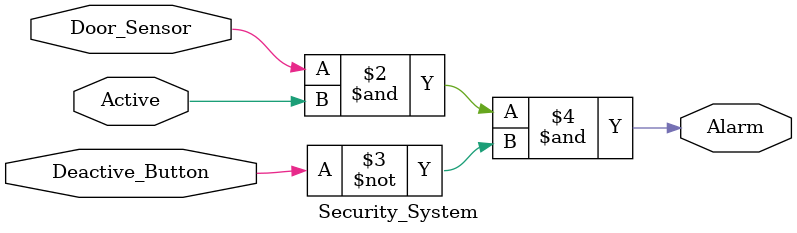
<source format=v>
module Security_System(Door_Sensor, Active, Deactive_Button, Alarm);
	input Door_Sensor, Active, Deactive_Button;
	output Alarm;
	reg Alarm;

	always @(Door_Sensor, Active, Deactive_Button)
		begin
			Alarm = Door_Sensor & Active & (~Deactive_Button);
		end
endmodule
</source>
